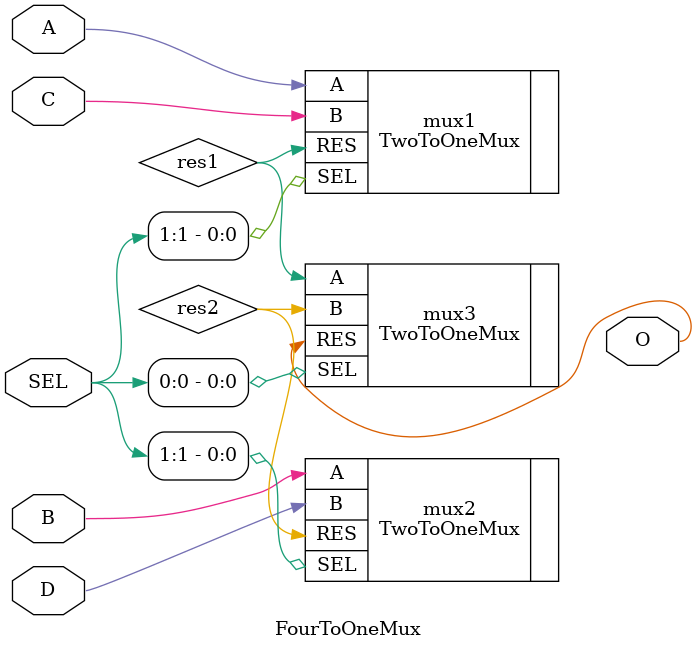
<source format=sv>
`timescale 1ns / 1ps


module FourToOneMux(
    input A,
    input B,
    input C,
    input D,
    input [1:0] SEL,
    output O
    );
    
    logic res1, res2;
    
    TwoToOneMux mux1 (.A(A), .B(C), .SEL(SEL[1]), .RES(res1));
    TwoToOneMux mux2 (.A(B), .B(D), .SEL(SEL[1]), .RES(res2));   
    TwoToOneMux mux3 (.A(res1), .B(res2), .SEL(SEL[0]), .RES(O));
    
endmodule

</source>
